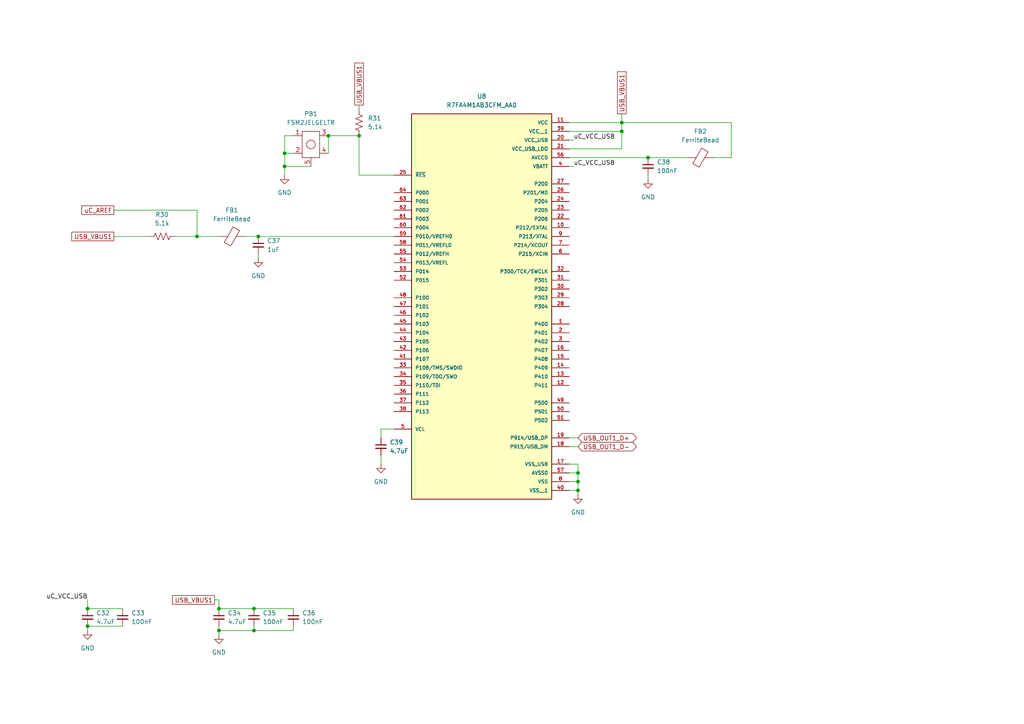
<source format=kicad_sch>
(kicad_sch
	(version 20250114)
	(generator "eeschema")
	(generator_version "9.0")
	(uuid "0b1b9f76-1a90-4566-884b-391c87560dff")
	(paper "A4")
	(title_block
		(title "Mechanical Keyboard")
		(date "2025-11-03")
		(rev "A")
	)
	(lib_symbols
		(symbol "Device:C_Small"
			(pin_numbers
				(hide yes)
			)
			(pin_names
				(offset 0.254)
				(hide yes)
			)
			(exclude_from_sim no)
			(in_bom yes)
			(on_board yes)
			(property "Reference" "C"
				(at 0.254 1.778 0)
				(effects
					(font
						(size 1.27 1.27)
					)
					(justify left)
				)
			)
			(property "Value" "C_Small"
				(at 0.254 -2.032 0)
				(effects
					(font
						(size 1.27 1.27)
					)
					(justify left)
				)
			)
			(property "Footprint" ""
				(at 0 0 0)
				(effects
					(font
						(size 1.27 1.27)
					)
					(hide yes)
				)
			)
			(property "Datasheet" "~"
				(at 0 0 0)
				(effects
					(font
						(size 1.27 1.27)
					)
					(hide yes)
				)
			)
			(property "Description" "Unpolarized capacitor, small symbol"
				(at 0 0 0)
				(effects
					(font
						(size 1.27 1.27)
					)
					(hide yes)
				)
			)
			(property "ki_keywords" "capacitor cap"
				(at 0 0 0)
				(effects
					(font
						(size 1.27 1.27)
					)
					(hide yes)
				)
			)
			(property "ki_fp_filters" "C_*"
				(at 0 0 0)
				(effects
					(font
						(size 1.27 1.27)
					)
					(hide yes)
				)
			)
			(symbol "C_Small_0_1"
				(polyline
					(pts
						(xy -1.524 0.508) (xy 1.524 0.508)
					)
					(stroke
						(width 0.3048)
						(type default)
					)
					(fill
						(type none)
					)
				)
				(polyline
					(pts
						(xy -1.524 -0.508) (xy 1.524 -0.508)
					)
					(stroke
						(width 0.3302)
						(type default)
					)
					(fill
						(type none)
					)
				)
			)
			(symbol "C_Small_1_1"
				(pin passive line
					(at 0 2.54 270)
					(length 2.032)
					(name "~"
						(effects
							(font
								(size 1.27 1.27)
							)
						)
					)
					(number "1"
						(effects
							(font
								(size 1.27 1.27)
							)
						)
					)
				)
				(pin passive line
					(at 0 -2.54 90)
					(length 2.032)
					(name "~"
						(effects
							(font
								(size 1.27 1.27)
							)
						)
					)
					(number "2"
						(effects
							(font
								(size 1.27 1.27)
							)
						)
					)
				)
			)
			(embedded_fonts no)
		)
		(symbol "Device:FerriteBead"
			(pin_numbers
				(hide yes)
			)
			(pin_names
				(offset 0)
			)
			(exclude_from_sim no)
			(in_bom yes)
			(on_board yes)
			(property "Reference" "FB"
				(at -3.81 0.635 90)
				(effects
					(font
						(size 1.27 1.27)
					)
				)
			)
			(property "Value" "FerriteBead"
				(at 3.81 0 90)
				(effects
					(font
						(size 1.27 1.27)
					)
				)
			)
			(property "Footprint" ""
				(at -1.778 0 90)
				(effects
					(font
						(size 1.27 1.27)
					)
					(hide yes)
				)
			)
			(property "Datasheet" "~"
				(at 0 0 0)
				(effects
					(font
						(size 1.27 1.27)
					)
					(hide yes)
				)
			)
			(property "Description" "Ferrite bead"
				(at 0 0 0)
				(effects
					(font
						(size 1.27 1.27)
					)
					(hide yes)
				)
			)
			(property "ki_keywords" "L ferrite bead inductor filter"
				(at 0 0 0)
				(effects
					(font
						(size 1.27 1.27)
					)
					(hide yes)
				)
			)
			(property "ki_fp_filters" "Inductor_* L_* *Ferrite*"
				(at 0 0 0)
				(effects
					(font
						(size 1.27 1.27)
					)
					(hide yes)
				)
			)
			(symbol "FerriteBead_0_1"
				(polyline
					(pts
						(xy -2.7686 0.4064) (xy -1.7018 2.2606) (xy 2.7686 -0.3048) (xy 1.6764 -2.159) (xy -2.7686 0.4064)
					)
					(stroke
						(width 0)
						(type default)
					)
					(fill
						(type none)
					)
				)
				(polyline
					(pts
						(xy 0 1.27) (xy 0 1.2954)
					)
					(stroke
						(width 0)
						(type default)
					)
					(fill
						(type none)
					)
				)
				(polyline
					(pts
						(xy 0 -1.27) (xy 0 -1.2192)
					)
					(stroke
						(width 0)
						(type default)
					)
					(fill
						(type none)
					)
				)
			)
			(symbol "FerriteBead_1_1"
				(pin passive line
					(at 0 3.81 270)
					(length 2.54)
					(name "~"
						(effects
							(font
								(size 1.27 1.27)
							)
						)
					)
					(number "1"
						(effects
							(font
								(size 1.27 1.27)
							)
						)
					)
				)
				(pin passive line
					(at 0 -3.81 90)
					(length 2.54)
					(name "~"
						(effects
							(font
								(size 1.27 1.27)
							)
						)
					)
					(number "2"
						(effects
							(font
								(size 1.27 1.27)
							)
						)
					)
				)
			)
			(embedded_fonts no)
		)
		(symbol "Device:R_US"
			(pin_numbers
				(hide yes)
			)
			(pin_names
				(offset 0)
			)
			(exclude_from_sim no)
			(in_bom yes)
			(on_board yes)
			(property "Reference" "R"
				(at 2.54 0 90)
				(effects
					(font
						(size 1.27 1.27)
					)
				)
			)
			(property "Value" "R_US"
				(at -2.54 0 90)
				(effects
					(font
						(size 1.27 1.27)
					)
				)
			)
			(property "Footprint" ""
				(at 1.016 -0.254 90)
				(effects
					(font
						(size 1.27 1.27)
					)
					(hide yes)
				)
			)
			(property "Datasheet" "~"
				(at 0 0 0)
				(effects
					(font
						(size 1.27 1.27)
					)
					(hide yes)
				)
			)
			(property "Description" "Resistor, US symbol"
				(at 0 0 0)
				(effects
					(font
						(size 1.27 1.27)
					)
					(hide yes)
				)
			)
			(property "ki_keywords" "R res resistor"
				(at 0 0 0)
				(effects
					(font
						(size 1.27 1.27)
					)
					(hide yes)
				)
			)
			(property "ki_fp_filters" "R_*"
				(at 0 0 0)
				(effects
					(font
						(size 1.27 1.27)
					)
					(hide yes)
				)
			)
			(symbol "R_US_0_1"
				(polyline
					(pts
						(xy 0 2.286) (xy 0 2.54)
					)
					(stroke
						(width 0)
						(type default)
					)
					(fill
						(type none)
					)
				)
				(polyline
					(pts
						(xy 0 2.286) (xy 1.016 1.905) (xy 0 1.524) (xy -1.016 1.143) (xy 0 0.762)
					)
					(stroke
						(width 0)
						(type default)
					)
					(fill
						(type none)
					)
				)
				(polyline
					(pts
						(xy 0 0.762) (xy 1.016 0.381) (xy 0 0) (xy -1.016 -0.381) (xy 0 -0.762)
					)
					(stroke
						(width 0)
						(type default)
					)
					(fill
						(type none)
					)
				)
				(polyline
					(pts
						(xy 0 -0.762) (xy 1.016 -1.143) (xy 0 -1.524) (xy -1.016 -1.905) (xy 0 -2.286)
					)
					(stroke
						(width 0)
						(type default)
					)
					(fill
						(type none)
					)
				)
				(polyline
					(pts
						(xy 0 -2.286) (xy 0 -2.54)
					)
					(stroke
						(width 0)
						(type default)
					)
					(fill
						(type none)
					)
				)
			)
			(symbol "R_US_1_1"
				(pin passive line
					(at 0 3.81 270)
					(length 1.27)
					(name "~"
						(effects
							(font
								(size 1.27 1.27)
							)
						)
					)
					(number "1"
						(effects
							(font
								(size 1.27 1.27)
							)
						)
					)
				)
				(pin passive line
					(at 0 -3.81 90)
					(length 1.27)
					(name "~"
						(effects
							(font
								(size 1.27 1.27)
							)
						)
					)
					(number "2"
						(effects
							(font
								(size 1.27 1.27)
							)
						)
					)
				)
			)
			(embedded_fonts no)
		)
		(symbol "FSM2JELGELTR:FSM2JELGELTR"
			(exclude_from_sim no)
			(in_bom yes)
			(on_board yes)
			(property "Reference" "PB"
				(at 0 5.08 0)
				(effects
					(font
						(size 1.27 1.27)
					)
				)
			)
			(property "Value" ""
				(at 0 0 0)
				(effects
					(font
						(size 1.27 1.27)
					)
				)
			)
			(property "Footprint" ""
				(at 0 0 0)
				(effects
					(font
						(size 1.27 1.27)
					)
					(hide yes)
				)
			)
			(property "Datasheet" ""
				(at 0 0 0)
				(effects
					(font
						(size 1.27 1.27)
					)
					(hide yes)
				)
			)
			(property "Description" ""
				(at 0 0 0)
				(effects
					(font
						(size 1.27 1.27)
					)
					(hide yes)
				)
			)
			(symbol "FSM2JELGELTR_0_1"
				(rectangle
					(start -2.54 3.81)
					(end 2.54 -3.81)
					(stroke
						(width 0)
						(type default)
					)
					(fill
						(type none)
					)
				)
				(circle
					(center 0 0)
					(radius 1.27)
					(stroke
						(width 0)
						(type default)
					)
					(fill
						(type none)
					)
				)
			)
			(symbol "FSM2JELGELTR_1_1"
				(pin passive line
					(at -5.08 2.54 0)
					(length 2.54)
					(name ""
						(effects
							(font
								(size 1.27 1.27)
							)
						)
					)
					(number "1"
						(effects
							(font
								(size 1.27 1.27)
							)
						)
					)
				)
				(pin passive line
					(at -5.08 -2.54 0)
					(length 2.54)
					(name ""
						(effects
							(font
								(size 1.27 1.27)
							)
						)
					)
					(number "2"
						(effects
							(font
								(size 1.27 1.27)
							)
						)
					)
				)
				(pin passive line
					(at 0 -6.35 90)
					(length 2.54)
					(name ""
						(effects
							(font
								(size 1.27 1.27)
							)
						)
					)
					(number "5"
						(effects
							(font
								(size 1.27 1.27)
							)
						)
					)
				)
				(pin passive line
					(at 5.08 2.54 180)
					(length 2.54)
					(name ""
						(effects
							(font
								(size 1.27 1.27)
							)
						)
					)
					(number "3"
						(effects
							(font
								(size 1.27 1.27)
							)
						)
					)
				)
				(pin passive line
					(at 5.08 -2.54 180)
					(length 2.54)
					(name ""
						(effects
							(font
								(size 1.27 1.27)
							)
						)
					)
					(number "4"
						(effects
							(font
								(size 1.27 1.27)
							)
						)
					)
				)
			)
			(embedded_fonts no)
		)
		(symbol "R7FA4M1AB3CFM_AA0:R7FA4M1AB3CFM_AA0"
			(pin_names
				(offset 1.016)
			)
			(exclude_from_sim no)
			(in_bom yes)
			(on_board yes)
			(property "Reference" "U"
				(at -20.32 54.102 0)
				(effects
					(font
						(size 1.27 1.27)
					)
					(justify left bottom)
				)
			)
			(property "Value" "R7FA4M1AB3CFM_AA0"
				(at -20.32 -60.96 0)
				(effects
					(font
						(size 1.27 1.27)
					)
					(justify left bottom)
				)
			)
			(property "Footprint" "R7FA4M1AB3CFM_AA0:QFP50P1200X1200X170-64N"
				(at 0 0 0)
				(effects
					(font
						(size 1.27 1.27)
					)
					(justify bottom)
					(hide yes)
				)
			)
			(property "Datasheet" ""
				(at 0 0 0)
				(effects
					(font
						(size 1.27 1.27)
					)
					(hide yes)
				)
			)
			(property "Description" ""
				(at 0 0 0)
				(effects
					(font
						(size 1.27 1.27)
					)
					(hide yes)
				)
			)
			(property "PARTREV" "1.1"
				(at 0 0 0)
				(effects
					(font
						(size 1.27 1.27)
					)
					(justify bottom)
					(hide yes)
				)
			)
			(property "MANUFACTURER" "Renesas"
				(at 0 0 0)
				(effects
					(font
						(size 1.27 1.27)
					)
					(justify bottom)
					(hide yes)
				)
			)
			(property "MAXIMUM_PACKAGE_HEIGHT" "1.7mm"
				(at 0 0 0)
				(effects
					(font
						(size 1.27 1.27)
					)
					(justify bottom)
					(hide yes)
				)
			)
			(property "STANDARD" "IPC-7351B"
				(at 0 0 0)
				(effects
					(font
						(size 1.27 1.27)
					)
					(justify bottom)
					(hide yes)
				)
			)
			(symbol "R7FA4M1AB3CFM_AA0_0_0"
				(rectangle
					(start -20.32 -58.42)
					(end 20.32 53.34)
					(stroke
						(width 0.254)
						(type default)
					)
					(fill
						(type background)
					)
				)
				(pin input line
					(at -25.4 35.56 0)
					(length 5.08)
					(name "~{RES}"
						(effects
							(font
								(size 1.016 1.016)
							)
						)
					)
					(number "25"
						(effects
							(font
								(size 1.016 1.016)
							)
						)
					)
				)
				(pin bidirectional line
					(at -25.4 30.48 0)
					(length 5.08)
					(name "P000"
						(effects
							(font
								(size 1.016 1.016)
							)
						)
					)
					(number "64"
						(effects
							(font
								(size 1.016 1.016)
							)
						)
					)
				)
				(pin bidirectional line
					(at -25.4 27.94 0)
					(length 5.08)
					(name "P001"
						(effects
							(font
								(size 1.016 1.016)
							)
						)
					)
					(number "63"
						(effects
							(font
								(size 1.016 1.016)
							)
						)
					)
				)
				(pin bidirectional line
					(at -25.4 25.4 0)
					(length 5.08)
					(name "P002"
						(effects
							(font
								(size 1.016 1.016)
							)
						)
					)
					(number "62"
						(effects
							(font
								(size 1.016 1.016)
							)
						)
					)
				)
				(pin bidirectional line
					(at -25.4 22.86 0)
					(length 5.08)
					(name "P003"
						(effects
							(font
								(size 1.016 1.016)
							)
						)
					)
					(number "61"
						(effects
							(font
								(size 1.016 1.016)
							)
						)
					)
				)
				(pin bidirectional line
					(at -25.4 20.32 0)
					(length 5.08)
					(name "P004"
						(effects
							(font
								(size 1.016 1.016)
							)
						)
					)
					(number "60"
						(effects
							(font
								(size 1.016 1.016)
							)
						)
					)
				)
				(pin bidirectional line
					(at -25.4 17.78 0)
					(length 5.08)
					(name "P010/VREFH0"
						(effects
							(font
								(size 1.016 1.016)
							)
						)
					)
					(number "59"
						(effects
							(font
								(size 1.016 1.016)
							)
						)
					)
				)
				(pin bidirectional line
					(at -25.4 15.24 0)
					(length 5.08)
					(name "P011/VREFL0"
						(effects
							(font
								(size 1.016 1.016)
							)
						)
					)
					(number "58"
						(effects
							(font
								(size 1.016 1.016)
							)
						)
					)
				)
				(pin bidirectional line
					(at -25.4 12.7 0)
					(length 5.08)
					(name "P012/VREFH"
						(effects
							(font
								(size 1.016 1.016)
							)
						)
					)
					(number "55"
						(effects
							(font
								(size 1.016 1.016)
							)
						)
					)
				)
				(pin bidirectional line
					(at -25.4 10.16 0)
					(length 5.08)
					(name "P013/VREFL"
						(effects
							(font
								(size 1.016 1.016)
							)
						)
					)
					(number "54"
						(effects
							(font
								(size 1.016 1.016)
							)
						)
					)
				)
				(pin bidirectional line
					(at -25.4 7.62 0)
					(length 5.08)
					(name "P014"
						(effects
							(font
								(size 1.016 1.016)
							)
						)
					)
					(number "53"
						(effects
							(font
								(size 1.016 1.016)
							)
						)
					)
				)
				(pin bidirectional line
					(at -25.4 5.08 0)
					(length 5.08)
					(name "P015"
						(effects
							(font
								(size 1.016 1.016)
							)
						)
					)
					(number "52"
						(effects
							(font
								(size 1.016 1.016)
							)
						)
					)
				)
				(pin bidirectional line
					(at -25.4 0 0)
					(length 5.08)
					(name "P100"
						(effects
							(font
								(size 1.016 1.016)
							)
						)
					)
					(number "48"
						(effects
							(font
								(size 1.016 1.016)
							)
						)
					)
				)
				(pin bidirectional line
					(at -25.4 -2.54 0)
					(length 5.08)
					(name "P101"
						(effects
							(font
								(size 1.016 1.016)
							)
						)
					)
					(number "47"
						(effects
							(font
								(size 1.016 1.016)
							)
						)
					)
				)
				(pin bidirectional line
					(at -25.4 -5.08 0)
					(length 5.08)
					(name "P102"
						(effects
							(font
								(size 1.016 1.016)
							)
						)
					)
					(number "46"
						(effects
							(font
								(size 1.016 1.016)
							)
						)
					)
				)
				(pin bidirectional line
					(at -25.4 -7.62 0)
					(length 5.08)
					(name "P103"
						(effects
							(font
								(size 1.016 1.016)
							)
						)
					)
					(number "45"
						(effects
							(font
								(size 1.016 1.016)
							)
						)
					)
				)
				(pin bidirectional line
					(at -25.4 -10.16 0)
					(length 5.08)
					(name "P104"
						(effects
							(font
								(size 1.016 1.016)
							)
						)
					)
					(number "44"
						(effects
							(font
								(size 1.016 1.016)
							)
						)
					)
				)
				(pin bidirectional line
					(at -25.4 -12.7 0)
					(length 5.08)
					(name "P105"
						(effects
							(font
								(size 1.016 1.016)
							)
						)
					)
					(number "43"
						(effects
							(font
								(size 1.016 1.016)
							)
						)
					)
				)
				(pin bidirectional line
					(at -25.4 -15.24 0)
					(length 5.08)
					(name "P106"
						(effects
							(font
								(size 1.016 1.016)
							)
						)
					)
					(number "42"
						(effects
							(font
								(size 1.016 1.016)
							)
						)
					)
				)
				(pin bidirectional line
					(at -25.4 -17.78 0)
					(length 5.08)
					(name "P107"
						(effects
							(font
								(size 1.016 1.016)
							)
						)
					)
					(number "41"
						(effects
							(font
								(size 1.016 1.016)
							)
						)
					)
				)
				(pin bidirectional line
					(at -25.4 -20.32 0)
					(length 5.08)
					(name "P108/TMS/SWDIO"
						(effects
							(font
								(size 1.016 1.016)
							)
						)
					)
					(number "33"
						(effects
							(font
								(size 1.016 1.016)
							)
						)
					)
				)
				(pin bidirectional line
					(at -25.4 -22.86 0)
					(length 5.08)
					(name "P109/TDO/SWO"
						(effects
							(font
								(size 1.016 1.016)
							)
						)
					)
					(number "34"
						(effects
							(font
								(size 1.016 1.016)
							)
						)
					)
				)
				(pin bidirectional line
					(at -25.4 -25.4 0)
					(length 5.08)
					(name "P110/TDI"
						(effects
							(font
								(size 1.016 1.016)
							)
						)
					)
					(number "35"
						(effects
							(font
								(size 1.016 1.016)
							)
						)
					)
				)
				(pin bidirectional line
					(at -25.4 -27.94 0)
					(length 5.08)
					(name "P111"
						(effects
							(font
								(size 1.016 1.016)
							)
						)
					)
					(number "36"
						(effects
							(font
								(size 1.016 1.016)
							)
						)
					)
				)
				(pin bidirectional line
					(at -25.4 -30.48 0)
					(length 5.08)
					(name "P112"
						(effects
							(font
								(size 1.016 1.016)
							)
						)
					)
					(number "37"
						(effects
							(font
								(size 1.016 1.016)
							)
						)
					)
				)
				(pin bidirectional line
					(at -25.4 -33.02 0)
					(length 5.08)
					(name "P113"
						(effects
							(font
								(size 1.016 1.016)
							)
						)
					)
					(number "38"
						(effects
							(font
								(size 1.016 1.016)
							)
						)
					)
				)
				(pin passive line
					(at -25.4 -38.1 0)
					(length 5.08)
					(name "VCL"
						(effects
							(font
								(size 1.016 1.016)
							)
						)
					)
					(number "5"
						(effects
							(font
								(size 1.016 1.016)
							)
						)
					)
				)
				(pin power_in line
					(at 25.4 50.8 180)
					(length 5.08)
					(name "VCC"
						(effects
							(font
								(size 1.016 1.016)
							)
						)
					)
					(number "11"
						(effects
							(font
								(size 1.016 1.016)
							)
						)
					)
				)
				(pin power_in line
					(at 25.4 48.26 180)
					(length 5.08)
					(name "VCC__1"
						(effects
							(font
								(size 1.016 1.016)
							)
						)
					)
					(number "39"
						(effects
							(font
								(size 1.016 1.016)
							)
						)
					)
				)
				(pin power_in line
					(at 25.4 45.72 180)
					(length 5.08)
					(name "VCC_USB"
						(effects
							(font
								(size 1.016 1.016)
							)
						)
					)
					(number "20"
						(effects
							(font
								(size 1.016 1.016)
							)
						)
					)
				)
				(pin power_in line
					(at 25.4 43.18 180)
					(length 5.08)
					(name "VCC_USB_LDO"
						(effects
							(font
								(size 1.016 1.016)
							)
						)
					)
					(number "21"
						(effects
							(font
								(size 1.016 1.016)
							)
						)
					)
				)
				(pin power_in line
					(at 25.4 40.64 180)
					(length 5.08)
					(name "AVCC0"
						(effects
							(font
								(size 1.016 1.016)
							)
						)
					)
					(number "56"
						(effects
							(font
								(size 1.016 1.016)
							)
						)
					)
				)
				(pin power_in line
					(at 25.4 38.1 180)
					(length 5.08)
					(name "VBATT"
						(effects
							(font
								(size 1.016 1.016)
							)
						)
					)
					(number "4"
						(effects
							(font
								(size 1.016 1.016)
							)
						)
					)
				)
				(pin input line
					(at 25.4 33.02 180)
					(length 5.08)
					(name "P200"
						(effects
							(font
								(size 1.016 1.016)
							)
						)
					)
					(number "27"
						(effects
							(font
								(size 1.016 1.016)
							)
						)
					)
				)
				(pin bidirectional line
					(at 25.4 30.48 180)
					(length 5.08)
					(name "P201/MD"
						(effects
							(font
								(size 1.016 1.016)
							)
						)
					)
					(number "26"
						(effects
							(font
								(size 1.016 1.016)
							)
						)
					)
				)
				(pin bidirectional line
					(at 25.4 27.94 180)
					(length 5.08)
					(name "P204"
						(effects
							(font
								(size 1.016 1.016)
							)
						)
					)
					(number "24"
						(effects
							(font
								(size 1.016 1.016)
							)
						)
					)
				)
				(pin bidirectional line
					(at 25.4 25.4 180)
					(length 5.08)
					(name "P205"
						(effects
							(font
								(size 1.016 1.016)
							)
						)
					)
					(number "23"
						(effects
							(font
								(size 1.016 1.016)
							)
						)
					)
				)
				(pin bidirectional line
					(at 25.4 22.86 180)
					(length 5.08)
					(name "P206"
						(effects
							(font
								(size 1.016 1.016)
							)
						)
					)
					(number "22"
						(effects
							(font
								(size 1.016 1.016)
							)
						)
					)
				)
				(pin bidirectional line
					(at 25.4 20.32 180)
					(length 5.08)
					(name "P212/EXTAL"
						(effects
							(font
								(size 1.016 1.016)
							)
						)
					)
					(number "10"
						(effects
							(font
								(size 1.016 1.016)
							)
						)
					)
				)
				(pin bidirectional line
					(at 25.4 17.78 180)
					(length 5.08)
					(name "P213/XTAL"
						(effects
							(font
								(size 1.016 1.016)
							)
						)
					)
					(number "9"
						(effects
							(font
								(size 1.016 1.016)
							)
						)
					)
				)
				(pin bidirectional line
					(at 25.4 15.24 180)
					(length 5.08)
					(name "P214/XCOUT"
						(effects
							(font
								(size 1.016 1.016)
							)
						)
					)
					(number "7"
						(effects
							(font
								(size 1.016 1.016)
							)
						)
					)
				)
				(pin input line
					(at 25.4 12.7 180)
					(length 5.08)
					(name "P215/XCIN"
						(effects
							(font
								(size 1.016 1.016)
							)
						)
					)
					(number "6"
						(effects
							(font
								(size 1.016 1.016)
							)
						)
					)
				)
				(pin bidirectional line
					(at 25.4 7.62 180)
					(length 5.08)
					(name "P300/TCK/SWCLK"
						(effects
							(font
								(size 1.016 1.016)
							)
						)
					)
					(number "32"
						(effects
							(font
								(size 1.016 1.016)
							)
						)
					)
				)
				(pin bidirectional line
					(at 25.4 5.08 180)
					(length 5.08)
					(name "P301"
						(effects
							(font
								(size 1.016 1.016)
							)
						)
					)
					(number "31"
						(effects
							(font
								(size 1.016 1.016)
							)
						)
					)
				)
				(pin bidirectional line
					(at 25.4 2.54 180)
					(length 5.08)
					(name "P302"
						(effects
							(font
								(size 1.016 1.016)
							)
						)
					)
					(number "30"
						(effects
							(font
								(size 1.016 1.016)
							)
						)
					)
				)
				(pin bidirectional line
					(at 25.4 0 180)
					(length 5.08)
					(name "P303"
						(effects
							(font
								(size 1.016 1.016)
							)
						)
					)
					(number "29"
						(effects
							(font
								(size 1.016 1.016)
							)
						)
					)
				)
				(pin bidirectional line
					(at 25.4 -2.54 180)
					(length 5.08)
					(name "P304"
						(effects
							(font
								(size 1.016 1.016)
							)
						)
					)
					(number "28"
						(effects
							(font
								(size 1.016 1.016)
							)
						)
					)
				)
				(pin bidirectional line
					(at 25.4 -7.62 180)
					(length 5.08)
					(name "P400"
						(effects
							(font
								(size 1.016 1.016)
							)
						)
					)
					(number "1"
						(effects
							(font
								(size 1.016 1.016)
							)
						)
					)
				)
				(pin bidirectional line
					(at 25.4 -10.16 180)
					(length 5.08)
					(name "P401"
						(effects
							(font
								(size 1.016 1.016)
							)
						)
					)
					(number "2"
						(effects
							(font
								(size 1.016 1.016)
							)
						)
					)
				)
				(pin bidirectional line
					(at 25.4 -12.7 180)
					(length 5.08)
					(name "P402"
						(effects
							(font
								(size 1.016 1.016)
							)
						)
					)
					(number "3"
						(effects
							(font
								(size 1.016 1.016)
							)
						)
					)
				)
				(pin bidirectional line
					(at 25.4 -15.24 180)
					(length 5.08)
					(name "P407"
						(effects
							(font
								(size 1.016 1.016)
							)
						)
					)
					(number "16"
						(effects
							(font
								(size 1.016 1.016)
							)
						)
					)
				)
				(pin bidirectional line
					(at 25.4 -17.78 180)
					(length 5.08)
					(name "P408"
						(effects
							(font
								(size 1.016 1.016)
							)
						)
					)
					(number "15"
						(effects
							(font
								(size 1.016 1.016)
							)
						)
					)
				)
				(pin bidirectional line
					(at 25.4 -20.32 180)
					(length 5.08)
					(name "P409"
						(effects
							(font
								(size 1.016 1.016)
							)
						)
					)
					(number "14"
						(effects
							(font
								(size 1.016 1.016)
							)
						)
					)
				)
				(pin bidirectional line
					(at 25.4 -22.86 180)
					(length 5.08)
					(name "P410"
						(effects
							(font
								(size 1.016 1.016)
							)
						)
					)
					(number "13"
						(effects
							(font
								(size 1.016 1.016)
							)
						)
					)
				)
				(pin bidirectional line
					(at 25.4 -25.4 180)
					(length 5.08)
					(name "P411"
						(effects
							(font
								(size 1.016 1.016)
							)
						)
					)
					(number "12"
						(effects
							(font
								(size 1.016 1.016)
							)
						)
					)
				)
				(pin bidirectional line
					(at 25.4 -30.48 180)
					(length 5.08)
					(name "P500"
						(effects
							(font
								(size 1.016 1.016)
							)
						)
					)
					(number "49"
						(effects
							(font
								(size 1.016 1.016)
							)
						)
					)
				)
				(pin bidirectional line
					(at 25.4 -33.02 180)
					(length 5.08)
					(name "P501"
						(effects
							(font
								(size 1.016 1.016)
							)
						)
					)
					(number "50"
						(effects
							(font
								(size 1.016 1.016)
							)
						)
					)
				)
				(pin bidirectional line
					(at 25.4 -35.56 180)
					(length 5.08)
					(name "P502"
						(effects
							(font
								(size 1.016 1.016)
							)
						)
					)
					(number "51"
						(effects
							(font
								(size 1.016 1.016)
							)
						)
					)
				)
				(pin bidirectional line
					(at 25.4 -40.64 180)
					(length 5.08)
					(name "P914/USB_DP"
						(effects
							(font
								(size 1.016 1.016)
							)
						)
					)
					(number "19"
						(effects
							(font
								(size 1.016 1.016)
							)
						)
					)
				)
				(pin bidirectional line
					(at 25.4 -43.18 180)
					(length 5.08)
					(name "P915/USB_DM"
						(effects
							(font
								(size 1.016 1.016)
							)
						)
					)
					(number "18"
						(effects
							(font
								(size 1.016 1.016)
							)
						)
					)
				)
				(pin power_in line
					(at 25.4 -48.26 180)
					(length 5.08)
					(name "VSS_USB"
						(effects
							(font
								(size 1.016 1.016)
							)
						)
					)
					(number "17"
						(effects
							(font
								(size 1.016 1.016)
							)
						)
					)
				)
				(pin power_in line
					(at 25.4 -50.8 180)
					(length 5.08)
					(name "AVSS0"
						(effects
							(font
								(size 1.016 1.016)
							)
						)
					)
					(number "57"
						(effects
							(font
								(size 1.016 1.016)
							)
						)
					)
				)
				(pin power_in line
					(at 25.4 -53.34 180)
					(length 5.08)
					(name "VSS"
						(effects
							(font
								(size 1.016 1.016)
							)
						)
					)
					(number "8"
						(effects
							(font
								(size 1.016 1.016)
							)
						)
					)
				)
				(pin power_in line
					(at 25.4 -55.88 180)
					(length 5.08)
					(name "VSS__1"
						(effects
							(font
								(size 1.016 1.016)
							)
						)
					)
					(number "40"
						(effects
							(font
								(size 1.016 1.016)
							)
						)
					)
				)
			)
			(embedded_fonts no)
		)
		(symbol "power:GND"
			(power)
			(pin_numbers
				(hide yes)
			)
			(pin_names
				(offset 0)
				(hide yes)
			)
			(exclude_from_sim no)
			(in_bom yes)
			(on_board yes)
			(property "Reference" "#PWR"
				(at 0 -6.35 0)
				(effects
					(font
						(size 1.27 1.27)
					)
					(hide yes)
				)
			)
			(property "Value" "GND"
				(at 0 -3.81 0)
				(effects
					(font
						(size 1.27 1.27)
					)
				)
			)
			(property "Footprint" ""
				(at 0 0 0)
				(effects
					(font
						(size 1.27 1.27)
					)
					(hide yes)
				)
			)
			(property "Datasheet" ""
				(at 0 0 0)
				(effects
					(font
						(size 1.27 1.27)
					)
					(hide yes)
				)
			)
			(property "Description" "Power symbol creates a global label with name \"GND\" , ground"
				(at 0 0 0)
				(effects
					(font
						(size 1.27 1.27)
					)
					(hide yes)
				)
			)
			(property "ki_keywords" "global power"
				(at 0 0 0)
				(effects
					(font
						(size 1.27 1.27)
					)
					(hide yes)
				)
			)
			(symbol "GND_0_1"
				(polyline
					(pts
						(xy 0 0) (xy 0 -1.27) (xy 1.27 -1.27) (xy 0 -2.54) (xy -1.27 -1.27) (xy 0 -1.27)
					)
					(stroke
						(width 0)
						(type default)
					)
					(fill
						(type none)
					)
				)
			)
			(symbol "GND_1_1"
				(pin power_in line
					(at 0 0 270)
					(length 0)
					(name "~"
						(effects
							(font
								(size 1.27 1.27)
							)
						)
					)
					(number "1"
						(effects
							(font
								(size 1.27 1.27)
							)
						)
					)
				)
			)
			(embedded_fonts no)
		)
	)
	(junction
		(at 167.64 142.24)
		(diameter 0)
		(color 0 0 0 0)
		(uuid "01010078-f1e5-4320-ae15-c287de910f5a")
	)
	(junction
		(at 74.93 68.58)
		(diameter 0)
		(color 0 0 0 0)
		(uuid "08b11940-51cb-435a-bb62-a94b76b38f4b")
	)
	(junction
		(at 63.5 176.53)
		(diameter 0)
		(color 0 0 0 0)
		(uuid "1085573d-113a-444f-83f0-db9f1c154178")
	)
	(junction
		(at 25.4 181.61)
		(diameter 0)
		(color 0 0 0 0)
		(uuid "1ef466ec-ff48-4548-b446-af324ca69493")
	)
	(junction
		(at 104.14 39.37)
		(diameter 0)
		(color 0 0 0 0)
		(uuid "20d280f5-e238-42c6-b5d6-5376e25812f3")
	)
	(junction
		(at 187.96 45.72)
		(diameter 0)
		(color 0 0 0 0)
		(uuid "259d6b80-7a9c-4876-8232-581ee336d34d")
	)
	(junction
		(at 167.64 139.7)
		(diameter 0)
		(color 0 0 0 0)
		(uuid "3c62aedd-0ae7-4c4a-b0f7-72be3ebb8df4")
	)
	(junction
		(at 73.66 176.53)
		(diameter 0)
		(color 0 0 0 0)
		(uuid "3c6dd21c-46a6-490f-8923-2539331316cc")
	)
	(junction
		(at 25.4 176.53)
		(diameter 0)
		(color 0 0 0 0)
		(uuid "402f246a-df7a-4bfb-b035-6e09c43cf1c6")
	)
	(junction
		(at 167.64 137.16)
		(diameter 0)
		(color 0 0 0 0)
		(uuid "4f677747-1dcd-4c67-96a5-8899d48aeb19")
	)
	(junction
		(at 57.15 68.58)
		(diameter 0)
		(color 0 0 0 0)
		(uuid "5af552e0-7e9a-45eb-80b7-b7e1f5cca374")
	)
	(junction
		(at 82.55 48.26)
		(diameter 0)
		(color 0 0 0 0)
		(uuid "ad7dab7d-35b6-4b9f-8208-fa3d00c01e2f")
	)
	(junction
		(at 180.34 35.56)
		(diameter 0)
		(color 0 0 0 0)
		(uuid "b122717b-1c1e-464e-a70a-1227d8510a45")
	)
	(junction
		(at 180.34 38.1)
		(diameter 0)
		(color 0 0 0 0)
		(uuid "b7a10e30-e65c-4307-a941-a62a1b96a947")
	)
	(junction
		(at 95.25 39.37)
		(diameter 0)
		(color 0 0 0 0)
		(uuid "bac79f7f-b49c-4dff-ac2d-f10bfde5b73c")
	)
	(junction
		(at 73.66 182.88)
		(diameter 0)
		(color 0 0 0 0)
		(uuid "c802abd0-443a-40d6-acc8-33d174e8ab57")
	)
	(junction
		(at 82.55 44.45)
		(diameter 0)
		(color 0 0 0 0)
		(uuid "faf73e01-dd94-454e-8ee2-eda91d302d22")
	)
	(junction
		(at 63.5 182.88)
		(diameter 0)
		(color 0 0 0 0)
		(uuid "fdf4d2ae-d339-4b74-a5d3-3bcd605a3653")
	)
	(wire
		(pts
			(xy 33.02 68.58) (xy 43.18 68.58)
		)
		(stroke
			(width 0)
			(type default)
		)
		(uuid "09ed8268-832e-43e8-8f7d-54af08730744")
	)
	(wire
		(pts
			(xy 25.4 173.99) (xy 25.4 176.53)
		)
		(stroke
			(width 0)
			(type default)
		)
		(uuid "0b8954aa-e61d-426d-80bc-16beb5af8f38")
	)
	(wire
		(pts
			(xy 165.1 137.16) (xy 167.64 137.16)
		)
		(stroke
			(width 0)
			(type default)
		)
		(uuid "0eea1377-760b-4442-8770-f28975b7f53e")
	)
	(wire
		(pts
			(xy 165.1 40.64) (xy 166.37 40.64)
		)
		(stroke
			(width 0)
			(type default)
		)
		(uuid "1216e178-daf7-4177-9fa5-63550c224c7a")
	)
	(wire
		(pts
			(xy 25.4 176.53) (xy 35.56 176.53)
		)
		(stroke
			(width 0)
			(type default)
		)
		(uuid "13bbd299-d9be-4c51-aac7-707e22ffa5fd")
	)
	(wire
		(pts
			(xy 212.09 35.56) (xy 212.09 45.72)
		)
		(stroke
			(width 0)
			(type default)
		)
		(uuid "18e1bc2e-09f1-414d-9962-5d9adb320d52")
	)
	(wire
		(pts
			(xy 165.1 43.18) (xy 180.34 43.18)
		)
		(stroke
			(width 0)
			(type default)
		)
		(uuid "19505033-c329-4f36-b5e1-52306beae7e0")
	)
	(wire
		(pts
			(xy 167.64 139.7) (xy 167.64 142.24)
		)
		(stroke
			(width 0)
			(type default)
		)
		(uuid "1ab83d40-372e-4884-9f87-3cee0f2ccb32")
	)
	(wire
		(pts
			(xy 165.1 48.26) (xy 166.37 48.26)
		)
		(stroke
			(width 0)
			(type default)
		)
		(uuid "1c567025-15b5-47b2-b51d-c217fb38be28")
	)
	(wire
		(pts
			(xy 63.5 173.99) (xy 63.5 176.53)
		)
		(stroke
			(width 0)
			(type default)
		)
		(uuid "24a0ffde-50d9-482a-813e-0c6e682e3b1f")
	)
	(wire
		(pts
			(xy 104.14 50.8) (xy 104.14 39.37)
		)
		(stroke
			(width 0)
			(type default)
		)
		(uuid "266a7aa8-8068-4cd9-840b-7bdf551e2a71")
	)
	(wire
		(pts
			(xy 57.15 68.58) (xy 63.5 68.58)
		)
		(stroke
			(width 0)
			(type default)
		)
		(uuid "301a397a-1e6f-4c7d-a618-47bdf7764a2b")
	)
	(wire
		(pts
			(xy 167.64 137.16) (xy 167.64 139.7)
		)
		(stroke
			(width 0)
			(type default)
		)
		(uuid "35244b40-b866-4e89-94b0-638c80b55dcb")
	)
	(wire
		(pts
			(xy 82.55 48.26) (xy 90.17 48.26)
		)
		(stroke
			(width 0)
			(type default)
		)
		(uuid "3868e6e4-bd39-42c5-bcea-483dd84065fb")
	)
	(wire
		(pts
			(xy 57.15 60.96) (xy 33.02 60.96)
		)
		(stroke
			(width 0)
			(type default)
		)
		(uuid "3a19ce06-d0b3-4edd-88a1-0f1b1f2658f9")
	)
	(wire
		(pts
			(xy 82.55 39.37) (xy 82.55 44.45)
		)
		(stroke
			(width 0)
			(type default)
		)
		(uuid "4a871c46-8a77-482c-849a-e13b6e2d76ec")
	)
	(wire
		(pts
			(xy 85.09 39.37) (xy 82.55 39.37)
		)
		(stroke
			(width 0)
			(type default)
		)
		(uuid "4f8f02d0-e327-468e-952b-0f248b3a407a")
	)
	(wire
		(pts
			(xy 63.5 181.61) (xy 63.5 182.88)
		)
		(stroke
			(width 0)
			(type default)
		)
		(uuid "5073a68c-ef94-464e-b266-1fdb6fd3c99d")
	)
	(wire
		(pts
			(xy 180.34 35.56) (xy 212.09 35.56)
		)
		(stroke
			(width 0)
			(type default)
		)
		(uuid "56061ac6-6508-480d-9a60-ff1cf83a2f83")
	)
	(wire
		(pts
			(xy 85.09 181.61) (xy 85.09 182.88)
		)
		(stroke
			(width 0)
			(type default)
		)
		(uuid "5bab9510-bdbb-4bfe-8e3e-84bf4c4c0c39")
	)
	(wire
		(pts
			(xy 62.23 173.99) (xy 63.5 173.99)
		)
		(stroke
			(width 0)
			(type default)
		)
		(uuid "5c3dd501-625a-44a2-bb6a-b88b434f73e9")
	)
	(wire
		(pts
			(xy 85.09 182.88) (xy 73.66 182.88)
		)
		(stroke
			(width 0)
			(type default)
		)
		(uuid "5c52b8a3-3688-4338-b44c-47e3dee6fba1")
	)
	(wire
		(pts
			(xy 104.14 30.48) (xy 104.14 31.75)
		)
		(stroke
			(width 0)
			(type default)
		)
		(uuid "652208c7-d481-4c44-a684-9a413ed2eee9")
	)
	(wire
		(pts
			(xy 165.1 45.72) (xy 187.96 45.72)
		)
		(stroke
			(width 0)
			(type default)
		)
		(uuid "654e1959-13fb-4cfd-b6dd-66cc296ce5df")
	)
	(wire
		(pts
			(xy 165.1 142.24) (xy 167.64 142.24)
		)
		(stroke
			(width 0)
			(type default)
		)
		(uuid "69a70e00-5eba-4daf-a91e-0ab8ffc01534")
	)
	(wire
		(pts
			(xy 165.1 127) (xy 167.64 127)
		)
		(stroke
			(width 0)
			(type default)
		)
		(uuid "6edb378a-0703-45db-a4be-8360df861e15")
	)
	(wire
		(pts
			(xy 114.3 124.46) (xy 110.49 124.46)
		)
		(stroke
			(width 0)
			(type default)
		)
		(uuid "70611ade-3bf0-47ec-9edb-f81be4cca09e")
	)
	(wire
		(pts
			(xy 212.09 45.72) (xy 207.01 45.72)
		)
		(stroke
			(width 0)
			(type default)
		)
		(uuid "711feed6-e396-424c-9c8a-ff5139438060")
	)
	(wire
		(pts
			(xy 165.1 134.62) (xy 167.64 134.62)
		)
		(stroke
			(width 0)
			(type default)
		)
		(uuid "726bdc27-1f82-48d9-baa5-c3910ffcfc33")
	)
	(wire
		(pts
			(xy 63.5 182.88) (xy 63.5 184.15)
		)
		(stroke
			(width 0)
			(type default)
		)
		(uuid "7360a7fe-e9a7-4a39-98a0-013b3c381911")
	)
	(wire
		(pts
			(xy 95.25 39.37) (xy 95.25 44.45)
		)
		(stroke
			(width 0)
			(type default)
		)
		(uuid "7be66124-600a-4360-9dbf-d8bfd93a85d1")
	)
	(wire
		(pts
			(xy 82.55 44.45) (xy 85.09 44.45)
		)
		(stroke
			(width 0)
			(type default)
		)
		(uuid "8134e96b-c5ee-49f6-98ad-7d8ed19a125e")
	)
	(wire
		(pts
			(xy 167.64 134.62) (xy 167.64 137.16)
		)
		(stroke
			(width 0)
			(type default)
		)
		(uuid "842f93e7-2105-4c08-aaee-0ae814575e92")
	)
	(wire
		(pts
			(xy 187.96 50.8) (xy 187.96 52.07)
		)
		(stroke
			(width 0)
			(type default)
		)
		(uuid "85b37b8f-7a8f-424d-aa59-9b5355b1ca0e")
	)
	(wire
		(pts
			(xy 165.1 129.54) (xy 167.64 129.54)
		)
		(stroke
			(width 0)
			(type default)
		)
		(uuid "87e69d5e-d138-43c6-b273-20adc3b7cae7")
	)
	(wire
		(pts
			(xy 114.3 50.8) (xy 104.14 50.8)
		)
		(stroke
			(width 0)
			(type default)
		)
		(uuid "88a9ab30-7efd-440b-a0cc-c43372ff3ad4")
	)
	(wire
		(pts
			(xy 187.96 45.72) (xy 199.39 45.72)
		)
		(stroke
			(width 0)
			(type default)
		)
		(uuid "93edf52e-7501-4cc4-9585-41d7c167db96")
	)
	(wire
		(pts
			(xy 63.5 182.88) (xy 73.66 182.88)
		)
		(stroke
			(width 0)
			(type default)
		)
		(uuid "961ab693-f72f-4faf-8527-b33be1ab2f3b")
	)
	(wire
		(pts
			(xy 74.93 68.58) (xy 114.3 68.58)
		)
		(stroke
			(width 0)
			(type default)
		)
		(uuid "968b776a-0f1f-46bb-ace2-55f17f6e4647")
	)
	(wire
		(pts
			(xy 50.8 68.58) (xy 57.15 68.58)
		)
		(stroke
			(width 0)
			(type default)
		)
		(uuid "a0ef20c8-fad0-437a-b136-a405067af1d0")
	)
	(wire
		(pts
			(xy 73.66 176.53) (xy 85.09 176.53)
		)
		(stroke
			(width 0)
			(type default)
		)
		(uuid "a3f11094-befb-4a57-8868-17353f8479de")
	)
	(wire
		(pts
			(xy 25.4 181.61) (xy 25.4 182.88)
		)
		(stroke
			(width 0)
			(type default)
		)
		(uuid "afb41a19-e3cb-4e04-82d0-277f53c30499")
	)
	(wire
		(pts
			(xy 74.93 73.66) (xy 74.93 74.93)
		)
		(stroke
			(width 0)
			(type default)
		)
		(uuid "b0439e02-9812-4a5b-b4c5-4b31d7629d20")
	)
	(wire
		(pts
			(xy 82.55 48.26) (xy 82.55 44.45)
		)
		(stroke
			(width 0)
			(type default)
		)
		(uuid "b0d55faf-4bb2-4bf2-8a66-d9adf4087d33")
	)
	(wire
		(pts
			(xy 180.34 33.02) (xy 180.34 35.56)
		)
		(stroke
			(width 0)
			(type default)
		)
		(uuid "b1f538d4-d9df-459f-8b97-96b9d55324ee")
	)
	(wire
		(pts
			(xy 95.25 39.37) (xy 104.14 39.37)
		)
		(stroke
			(width 0)
			(type default)
		)
		(uuid "b2009fd9-97aa-4c3e-ba12-63ba9d409d2d")
	)
	(wire
		(pts
			(xy 180.34 35.56) (xy 180.34 38.1)
		)
		(stroke
			(width 0)
			(type default)
		)
		(uuid "c0bd52fa-342a-4190-9bdb-323a07e94d75")
	)
	(wire
		(pts
			(xy 180.34 38.1) (xy 180.34 43.18)
		)
		(stroke
			(width 0)
			(type default)
		)
		(uuid "c1f9f67b-e704-4286-8afe-6c1032bbdcb2")
	)
	(wire
		(pts
			(xy 110.49 132.08) (xy 110.49 134.62)
		)
		(stroke
			(width 0)
			(type default)
		)
		(uuid "c2979464-66ba-49a3-b76a-e57c925135d9")
	)
	(wire
		(pts
			(xy 57.15 60.96) (xy 57.15 68.58)
		)
		(stroke
			(width 0)
			(type default)
		)
		(uuid "c2bd99b2-6c61-4baa-b5da-47683d0a0981")
	)
	(wire
		(pts
			(xy 167.64 142.24) (xy 167.64 143.51)
		)
		(stroke
			(width 0)
			(type default)
		)
		(uuid "d20e1876-731b-4c22-9de2-ec1fe0850979")
	)
	(wire
		(pts
			(xy 165.1 35.56) (xy 180.34 35.56)
		)
		(stroke
			(width 0)
			(type default)
		)
		(uuid "d70fe12e-a3e5-4e0f-aef8-a13dba0ac78d")
	)
	(wire
		(pts
			(xy 63.5 176.53) (xy 73.66 176.53)
		)
		(stroke
			(width 0)
			(type default)
		)
		(uuid "d715f848-a7d3-40e0-89b6-b900699a1226")
	)
	(wire
		(pts
			(xy 73.66 181.61) (xy 73.66 182.88)
		)
		(stroke
			(width 0)
			(type default)
		)
		(uuid "e7952b03-ec5f-4122-8cbd-9a48e04b5d15")
	)
	(wire
		(pts
			(xy 25.4 181.61) (xy 35.56 181.61)
		)
		(stroke
			(width 0)
			(type default)
		)
		(uuid "e7dc0df2-e105-498d-b89a-9eebb3783553")
	)
	(wire
		(pts
			(xy 82.55 50.8) (xy 82.55 48.26)
		)
		(stroke
			(width 0)
			(type default)
		)
		(uuid "eb046503-2dcd-4685-8fec-6296beaad16b")
	)
	(wire
		(pts
			(xy 165.1 139.7) (xy 167.64 139.7)
		)
		(stroke
			(width 0)
			(type default)
		)
		(uuid "efa99f47-77c1-460e-b07c-80e87224665b")
	)
	(wire
		(pts
			(xy 71.12 68.58) (xy 74.93 68.58)
		)
		(stroke
			(width 0)
			(type default)
		)
		(uuid "f79e9294-2a19-4ba6-b89f-fc14d3523261")
	)
	(wire
		(pts
			(xy 110.49 124.46) (xy 110.49 127)
		)
		(stroke
			(width 0)
			(type default)
		)
		(uuid "fb9f2dd4-6ea8-425e-9991-e81d2e00bd4a")
	)
	(wire
		(pts
			(xy 165.1 38.1) (xy 180.34 38.1)
		)
		(stroke
			(width 0)
			(type default)
		)
		(uuid "ffaefea1-9edd-4aba-9507-205ec899af88")
	)
	(label "uC_VCC_USB"
		(at 166.37 40.64 0)
		(effects
			(font
				(size 1.27 1.27)
			)
			(justify left bottom)
		)
		(uuid "2c5f3b3c-d391-4d6d-a0b2-db7fa5da645a")
	)
	(label "uC_VCC_USB"
		(at 166.37 48.26 0)
		(effects
			(font
				(size 1.27 1.27)
			)
			(justify left bottom)
		)
		(uuid "354742c0-d9aa-4878-b841-fd5bfdfaa216")
	)
	(label "uC_VCC_USB"
		(at 25.4 173.99 180)
		(effects
			(font
				(size 1.27 1.27)
			)
			(justify right bottom)
		)
		(uuid "5aa11311-55d2-48c4-ba4d-82725f341c17")
	)
	(global_label "USB_VBUS1"
		(shape passive)
		(at 33.02 68.58 180)
		(fields_autoplaced yes)
		(effects
			(font
				(size 1.27 1.27)
			)
			(justify right)
		)
		(uuid "5f1c08d1-53da-40ac-beb7-57cf76635f65")
		(property "Intersheetrefs" "${INTERSHEET_REFS}"
			(at 20.2604 68.58 0)
			(effects
				(font
					(size 1.27 1.27)
				)
				(justify right)
			)
		)
	)
	(global_label "uC_AREF"
		(shape passive)
		(at 33.02 60.96 180)
		(fields_autoplaced yes)
		(effects
			(font
				(size 1.27 1.27)
			)
			(justify right)
		)
		(uuid "9520774c-40d1-4ca6-97c2-8f65bc84dd58")
		(property "Intersheetrefs" "${INTERSHEET_REFS}"
			(at 23.1633 60.96 0)
			(effects
				(font
					(size 1.27 1.27)
				)
				(justify right)
			)
		)
	)
	(global_label "USB_OUT1_D+"
		(shape bidirectional)
		(at 167.64 127 0)
		(fields_autoplaced yes)
		(effects
			(font
				(size 1.27 1.27)
			)
			(justify left)
		)
		(uuid "95440774-a312-4127-be52-c56ea4333181")
		(property "Intersheetrefs" "${INTERSHEET_REFS}"
			(at 185.1622 127 0)
			(effects
				(font
					(size 1.27 1.27)
				)
				(justify left)
			)
		)
	)
	(global_label "USB_VBUS1"
		(shape passive)
		(at 62.23 173.99 180)
		(fields_autoplaced yes)
		(effects
			(font
				(size 1.27 1.27)
			)
			(justify right)
		)
		(uuid "b7701d88-f852-4b32-a452-be2f465886df")
		(property "Intersheetrefs" "${INTERSHEET_REFS}"
			(at 49.4704 173.99 0)
			(effects
				(font
					(size 1.27 1.27)
				)
				(justify right)
			)
		)
	)
	(global_label "USB_OUT1_D-"
		(shape bidirectional)
		(at 167.64 129.54 0)
		(fields_autoplaced yes)
		(effects
			(font
				(size 1.27 1.27)
			)
			(justify left)
		)
		(uuid "d0f18bb8-6a13-4cb6-acc6-f58e093635aa")
		(property "Intersheetrefs" "${INTERSHEET_REFS}"
			(at 185.1622 129.54 0)
			(effects
				(font
					(size 1.27 1.27)
				)
				(justify left)
			)
		)
	)
	(global_label "USB_VBUS1"
		(shape passive)
		(at 104.14 30.48 90)
		(fields_autoplaced yes)
		(effects
			(font
				(size 1.27 1.27)
			)
			(justify left)
		)
		(uuid "eadcaec6-38d0-48b2-a31c-10f58b2a23ae")
		(property "Intersheetrefs" "${INTERSHEET_REFS}"
			(at 104.14 17.7204 90)
			(effects
				(font
					(size 1.27 1.27)
				)
				(justify left)
			)
		)
	)
	(global_label "USB_VBUS1"
		(shape passive)
		(at 180.34 33.02 90)
		(fields_autoplaced yes)
		(effects
			(font
				(size 1.27 1.27)
			)
			(justify left)
		)
		(uuid "f188168a-cbbd-48dd-89e7-afba9a3575da")
		(property "Intersheetrefs" "${INTERSHEET_REFS}"
			(at 180.34 20.2604 90)
			(effects
				(font
					(size 1.27 1.27)
				)
				(justify left)
			)
		)
	)
	(symbol
		(lib_id "R7FA4M1AB3CFM_AA0:R7FA4M1AB3CFM_AA0")
		(at 139.7 86.36 0)
		(unit 1)
		(exclude_from_sim no)
		(in_bom yes)
		(on_board yes)
		(dnp no)
		(fields_autoplaced yes)
		(uuid "09df799b-b1db-4434-9eaf-ab3f7b5b5b2f")
		(property "Reference" "U8"
			(at 139.7 27.94 0)
			(effects
				(font
					(size 1.27 1.27)
				)
			)
		)
		(property "Value" "R7FA4M1AB3CFM_AA0"
			(at 139.7 30.48 0)
			(effects
				(font
					(size 1.27 1.27)
				)
			)
		)
		(property "Footprint" "R7FA4M1AB3CFM_AA0:QFP50P1200X1200X170-64N"
			(at 139.7 86.36 0)
			(effects
				(font
					(size 1.27 1.27)
				)
				(justify bottom)
				(hide yes)
			)
		)
		(property "Datasheet" ""
			(at 139.7 86.36 0)
			(effects
				(font
					(size 1.27 1.27)
				)
				(hide yes)
			)
		)
		(property "Description" ""
			(at 139.7 86.36 0)
			(effects
				(font
					(size 1.27 1.27)
				)
				(hide yes)
			)
		)
		(property "PARTREV" "1.1"
			(at 139.7 86.36 0)
			(effects
				(font
					(size 1.27 1.27)
				)
				(justify bottom)
				(hide yes)
			)
		)
		(property "MANUFACTURER" "Renesas"
			(at 139.7 86.36 0)
			(effects
				(font
					(size 1.27 1.27)
				)
				(justify bottom)
				(hide yes)
			)
		)
		(property "MAXIMUM_PACKAGE_HEIGHT" "1.7mm"
			(at 139.7 86.36 0)
			(effects
				(font
					(size 1.27 1.27)
				)
				(justify bottom)
				(hide yes)
			)
		)
		(property "STANDARD" "IPC-7351B"
			(at 139.7 86.36 0)
			(effects
				(font
					(size 1.27 1.27)
				)
				(justify bottom)
				(hide yes)
			)
		)
		(pin "58"
			(uuid "8ea589df-cff9-400b-9f6d-4f771b7b3dcd")
		)
		(pin "36"
			(uuid "626d603d-385a-4105-abcd-1d8eeb93edab")
		)
		(pin "38"
			(uuid "aff224de-5fba-4807-81c2-5e8ebb544764")
		)
		(pin "11"
			(uuid "9d2fb51f-0438-45e5-adbf-62549a9363cc")
		)
		(pin "60"
			(uuid "d33228dc-d5cc-49c3-8ecc-128b1ceffee7")
		)
		(pin "61"
			(uuid "b7ce20d8-b877-47b5-8160-7a3fc0b2993a")
		)
		(pin "33"
			(uuid "65d7dfec-7bfa-4732-b67d-3b94fd520769")
		)
		(pin "41"
			(uuid "84e2c262-52ac-44f7-ab40-9ddb14c5e7cc")
		)
		(pin "63"
			(uuid "8c316e58-a98c-4640-a389-12245e601492")
		)
		(pin "59"
			(uuid "3d02bc56-e82c-448e-ba01-753c17547fec")
		)
		(pin "25"
			(uuid "641ac3ad-9a40-401c-aaa4-a73b83a0bd3d")
		)
		(pin "55"
			(uuid "6486ff75-4634-4bc7-96ea-51d7348f7a34")
		)
		(pin "53"
			(uuid "5e13e4a7-5114-4c78-95ca-3d5b7a9e71c9")
		)
		(pin "52"
			(uuid "b54712e0-3bc4-42ae-9185-f21116e2f38d")
		)
		(pin "46"
			(uuid "7dcf7fda-6519-4a98-9d5b-b121ba82a271")
		)
		(pin "45"
			(uuid "0d35011c-0d10-4f76-903f-7d9d515d1490")
		)
		(pin "62"
			(uuid "c901d1c8-213d-4eed-b5d6-4e291bd6241d")
		)
		(pin "48"
			(uuid "7d4b3952-3b47-4e80-a271-5f214ddd6a52")
		)
		(pin "43"
			(uuid "73af31a5-b1aa-4889-91e0-c848229267c4")
		)
		(pin "42"
			(uuid "265a80b7-676e-4d29-aa71-696bf78ea9f8")
		)
		(pin "44"
			(uuid "9461cd1e-914c-44cb-8e5c-7639f901c50d")
		)
		(pin "34"
			(uuid "ad978b4a-0e0c-4e11-a1e2-364bb7d981bd")
		)
		(pin "35"
			(uuid "9942a52d-e45c-42a4-afb2-10bb6f92767a")
		)
		(pin "64"
			(uuid "a4eced41-c551-4634-bf7e-de08cacb5621")
		)
		(pin "54"
			(uuid "eb916a50-888f-4e3d-8a8b-74fdc7cea319")
		)
		(pin "47"
			(uuid "10b1b73f-a83e-4ca7-9047-9d4d9dc42537")
		)
		(pin "37"
			(uuid "3ac096ed-1fa1-4fbe-a3dd-db488899c41f")
		)
		(pin "5"
			(uuid "5fe55c17-0edd-4640-bb17-cb206a567d30")
		)
		(pin "22"
			(uuid "d9b69f9b-8f8a-4dd5-8ca4-03d665e0c5e4")
		)
		(pin "30"
			(uuid "b874d0a5-e861-4791-8207-01c585ad71a6")
		)
		(pin "6"
			(uuid "08991a25-4d38-4c57-8423-289a1701eb50")
		)
		(pin "7"
			(uuid "e954279e-306b-4a02-a420-33b9eafb3883")
		)
		(pin "14"
			(uuid "ea00b09e-5f63-4a1e-a75a-4430cd214de5")
		)
		(pin "20"
			(uuid "6a911b93-24c7-4859-85fb-46a8ea931b4f")
		)
		(pin "29"
			(uuid "9a271b61-3099-48ff-b4a8-35fa55ff6490")
		)
		(pin "50"
			(uuid "ccf05929-b117-4f52-aa1c-a33a380797c8")
		)
		(pin "16"
			(uuid "a6bfd01b-c5dc-460f-a7c9-4b36582fbca8")
		)
		(pin "57"
			(uuid "153c01b5-6ce1-423d-b685-9e686f694f6c")
		)
		(pin "51"
			(uuid "235ae8c4-50f1-4d11-8c37-ed7d007d3abe")
		)
		(pin "23"
			(uuid "811a10dd-f294-4505-a23b-7dbaac0ffa6e")
		)
		(pin "31"
			(uuid "2cd14097-d47f-4cfb-a632-4b60a38a0afd")
		)
		(pin "2"
			(uuid "e4e78cf7-05b0-45a0-8cf5-48a05608a602")
		)
		(pin "28"
			(uuid "97682db7-992a-41a6-a7f7-29233eaf1d5b")
		)
		(pin "18"
			(uuid "7215bf9e-59b1-4432-9caa-4d7486a1f8ec")
		)
		(pin "56"
			(uuid "ec389da7-49ac-4248-a98c-11ceffd13ec0")
		)
		(pin "39"
			(uuid "01db8ccd-5d64-47d6-94d1-41565c7eb786")
		)
		(pin "27"
			(uuid "d9c0c4b7-5aa6-4b50-b535-141b351faba1")
		)
		(pin "32"
			(uuid "1c6a59f4-7c7c-4b9e-8afa-0f882e53683b")
		)
		(pin "21"
			(uuid "41954283-de11-4243-893e-2088adf276c1")
		)
		(pin "4"
			(uuid "e2c8532d-f3eb-4429-b66b-b15335e5a531")
		)
		(pin "26"
			(uuid "ddcda453-d0b3-41b0-8502-aa73f2645d5b")
		)
		(pin "24"
			(uuid "0bd61f51-e3d6-4a0a-8b1f-93b09a04bc76")
		)
		(pin "9"
			(uuid "03c9faac-b3b3-4c9c-b641-d3e0086507f8")
		)
		(pin "10"
			(uuid "17ed4785-a5ed-4630-a91a-c1aaf500e141")
		)
		(pin "1"
			(uuid "47252695-f295-4575-988f-80c5c85baa73")
		)
		(pin "3"
			(uuid "2d6fb4de-d999-4a9e-ba01-a79f60cc7bb7")
		)
		(pin "15"
			(uuid "5629bf6a-a3f7-4438-8f24-c4a105e4bb2b")
		)
		(pin "13"
			(uuid "1b721e9b-f0c8-491e-99d8-ce21b9a9875a")
		)
		(pin "12"
			(uuid "ee1acfd3-f894-4fee-b66a-e8fd8d4a3f27")
		)
		(pin "49"
			(uuid "72021eca-8823-4ef3-9146-e448ef33239d")
		)
		(pin "19"
			(uuid "e0e06b55-2ed3-4319-9b24-99926887701c")
		)
		(pin "17"
			(uuid "93dd48b5-4a66-444f-b0b1-96d7ecc5e2f7")
		)
		(pin "8"
			(uuid "0cbe6eb8-32c3-4479-ab4f-14433b933c49")
		)
		(pin "40"
			(uuid "f2406be0-fd72-4da4-8c7a-e92ab9651b01")
		)
		(instances
			(project ""
				(path "/432eeaeb-5c19-4b62-9914-84847c26b6b8/d91f6e7e-e5ab-4a50-8844-e908a3fcdbb7"
					(reference "U8")
					(unit 1)
				)
			)
		)
	)
	(symbol
		(lib_id "Device:C_Small")
		(at 110.49 129.54 0)
		(unit 1)
		(exclude_from_sim no)
		(in_bom yes)
		(on_board yes)
		(dnp no)
		(fields_autoplaced yes)
		(uuid "13aa044c-34af-40e3-8b54-dc4b7c564913")
		(property "Reference" "C39"
			(at 113.03 128.2762 0)
			(effects
				(font
					(size 1.27 1.27)
				)
				(justify left)
			)
		)
		(property "Value" "4.7uF"
			(at 113.03 130.8162 0)
			(effects
				(font
					(size 1.27 1.27)
				)
				(justify left)
			)
		)
		(property "Footprint" ""
			(at 110.49 129.54 0)
			(effects
				(font
					(size 1.27 1.27)
				)
				(hide yes)
			)
		)
		(property "Datasheet" "~"
			(at 110.49 129.54 0)
			(effects
				(font
					(size 1.27 1.27)
				)
				(hide yes)
			)
		)
		(property "Description" "Unpolarized capacitor, small symbol"
			(at 110.49 129.54 0)
			(effects
				(font
					(size 1.27 1.27)
				)
				(hide yes)
			)
		)
		(pin "1"
			(uuid "a42e10d1-029e-47d7-bb60-679d6548db13")
		)
		(pin "2"
			(uuid "1f5ded71-f125-44e5-a99c-d0c6dd75cbc3")
		)
		(instances
			(project "Main"
				(path "/432eeaeb-5c19-4b62-9914-84847c26b6b8/d91f6e7e-e5ab-4a50-8844-e908a3fcdbb7"
					(reference "C39")
					(unit 1)
				)
			)
		)
	)
	(symbol
		(lib_id "power:GND")
		(at 63.5 184.15 0)
		(unit 1)
		(exclude_from_sim no)
		(in_bom yes)
		(on_board yes)
		(dnp no)
		(fields_autoplaced yes)
		(uuid "1ca1a6ab-8d08-4e3f-b1d8-81e3ddee3d9a")
		(property "Reference" "#PWR040"
			(at 63.5 190.5 0)
			(effects
				(font
					(size 1.27 1.27)
				)
				(hide yes)
			)
		)
		(property "Value" "GND"
			(at 63.5 189.23 0)
			(effects
				(font
					(size 1.27 1.27)
				)
			)
		)
		(property "Footprint" ""
			(at 63.5 184.15 0)
			(effects
				(font
					(size 1.27 1.27)
				)
				(hide yes)
			)
		)
		(property "Datasheet" ""
			(at 63.5 184.15 0)
			(effects
				(font
					(size 1.27 1.27)
				)
				(hide yes)
			)
		)
		(property "Description" "Power symbol creates a global label with name \"GND\" , ground"
			(at 63.5 184.15 0)
			(effects
				(font
					(size 1.27 1.27)
				)
				(hide yes)
			)
		)
		(pin "1"
			(uuid "cd2a1ef7-282b-4d61-affe-2b907c9fdad1")
		)
		(instances
			(project "Main"
				(path "/432eeaeb-5c19-4b62-9914-84847c26b6b8/d91f6e7e-e5ab-4a50-8844-e908a3fcdbb7"
					(reference "#PWR040")
					(unit 1)
				)
			)
		)
	)
	(symbol
		(lib_id "Device:R_US")
		(at 104.14 35.56 0)
		(unit 1)
		(exclude_from_sim no)
		(in_bom yes)
		(on_board yes)
		(dnp no)
		(fields_autoplaced yes)
		(uuid "27fe1f71-eda1-4cb9-b4cc-c95d5be71a6c")
		(property "Reference" "R31"
			(at 106.68 34.2899 0)
			(effects
				(font
					(size 1.27 1.27)
				)
				(justify left)
			)
		)
		(property "Value" "5.1k"
			(at 106.68 36.8299 0)
			(effects
				(font
					(size 1.27 1.27)
				)
				(justify left)
			)
		)
		(property "Footprint" ""
			(at 105.156 35.814 90)
			(effects
				(font
					(size 1.27 1.27)
				)
				(hide yes)
			)
		)
		(property "Datasheet" "~"
			(at 104.14 35.56 0)
			(effects
				(font
					(size 1.27 1.27)
				)
				(hide yes)
			)
		)
		(property "Description" "Resistor, US symbol"
			(at 104.14 35.56 0)
			(effects
				(font
					(size 1.27 1.27)
				)
				(hide yes)
			)
		)
		(pin "1"
			(uuid "4957c60a-ea70-420e-a708-01c7f745c6ec")
		)
		(pin "2"
			(uuid "f4f5e386-d4e0-4efb-ba90-301c650d58d8")
		)
		(instances
			(project "Main"
				(path "/432eeaeb-5c19-4b62-9914-84847c26b6b8/d91f6e7e-e5ab-4a50-8844-e908a3fcdbb7"
					(reference "R31")
					(unit 1)
				)
			)
		)
	)
	(symbol
		(lib_id "Device:C_Small")
		(at 35.56 179.07 0)
		(unit 1)
		(exclude_from_sim no)
		(in_bom yes)
		(on_board yes)
		(dnp no)
		(fields_autoplaced yes)
		(uuid "2960ce55-bb4e-4d0d-9aff-6e434c679486")
		(property "Reference" "C33"
			(at 38.1 177.8062 0)
			(effects
				(font
					(size 1.27 1.27)
				)
				(justify left)
			)
		)
		(property "Value" "100nF"
			(at 38.1 180.3462 0)
			(effects
				(font
					(size 1.27 1.27)
				)
				(justify left)
			)
		)
		(property "Footprint" ""
			(at 35.56 179.07 0)
			(effects
				(font
					(size 1.27 1.27)
				)
				(hide yes)
			)
		)
		(property "Datasheet" "~"
			(at 35.56 179.07 0)
			(effects
				(font
					(size 1.27 1.27)
				)
				(hide yes)
			)
		)
		(property "Description" "Unpolarized capacitor, small symbol"
			(at 35.56 179.07 0)
			(effects
				(font
					(size 1.27 1.27)
				)
				(hide yes)
			)
		)
		(pin "1"
			(uuid "23630cd4-3044-465d-84dd-06b1a030b4f4")
		)
		(pin "2"
			(uuid "188a7073-7265-42d0-9d75-8dec249334b2")
		)
		(instances
			(project "Main"
				(path "/432eeaeb-5c19-4b62-9914-84847c26b6b8/d91f6e7e-e5ab-4a50-8844-e908a3fcdbb7"
					(reference "C33")
					(unit 1)
				)
			)
		)
	)
	(symbol
		(lib_id "power:GND")
		(at 167.64 143.51 0)
		(unit 1)
		(exclude_from_sim no)
		(in_bom yes)
		(on_board yes)
		(dnp no)
		(fields_autoplaced yes)
		(uuid "29f65edd-47a6-48a2-808a-7ee221b50936")
		(property "Reference" "#PWR038"
			(at 167.64 149.86 0)
			(effects
				(font
					(size 1.27 1.27)
				)
				(hide yes)
			)
		)
		(property "Value" "GND"
			(at 167.64 148.59 0)
			(effects
				(font
					(size 1.27 1.27)
				)
			)
		)
		(property "Footprint" ""
			(at 167.64 143.51 0)
			(effects
				(font
					(size 1.27 1.27)
				)
				(hide yes)
			)
		)
		(property "Datasheet" ""
			(at 167.64 143.51 0)
			(effects
				(font
					(size 1.27 1.27)
				)
				(hide yes)
			)
		)
		(property "Description" "Power symbol creates a global label with name \"GND\" , ground"
			(at 167.64 143.51 0)
			(effects
				(font
					(size 1.27 1.27)
				)
				(hide yes)
			)
		)
		(pin "1"
			(uuid "69b15118-c5b6-46c0-9002-08c8e1cbae52")
		)
		(instances
			(project "Main"
				(path "/432eeaeb-5c19-4b62-9914-84847c26b6b8/d91f6e7e-e5ab-4a50-8844-e908a3fcdbb7"
					(reference "#PWR038")
					(unit 1)
				)
			)
		)
	)
	(symbol
		(lib_id "power:GND")
		(at 187.96 52.07 0)
		(unit 1)
		(exclude_from_sim no)
		(in_bom yes)
		(on_board yes)
		(dnp no)
		(fields_autoplaced yes)
		(uuid "2fdb3061-e926-4c3e-8165-2331b1e818fd")
		(property "Reference" "#PWR042"
			(at 187.96 58.42 0)
			(effects
				(font
					(size 1.27 1.27)
				)
				(hide yes)
			)
		)
		(property "Value" "GND"
			(at 187.96 57.15 0)
			(effects
				(font
					(size 1.27 1.27)
				)
			)
		)
		(property "Footprint" ""
			(at 187.96 52.07 0)
			(effects
				(font
					(size 1.27 1.27)
				)
				(hide yes)
			)
		)
		(property "Datasheet" ""
			(at 187.96 52.07 0)
			(effects
				(font
					(size 1.27 1.27)
				)
				(hide yes)
			)
		)
		(property "Description" "Power symbol creates a global label with name \"GND\" , ground"
			(at 187.96 52.07 0)
			(effects
				(font
					(size 1.27 1.27)
				)
				(hide yes)
			)
		)
		(pin "1"
			(uuid "5fcf03e0-a71d-49ae-9ad0-d70f8f35b905")
		)
		(instances
			(project "Main"
				(path "/432eeaeb-5c19-4b62-9914-84847c26b6b8/d91f6e7e-e5ab-4a50-8844-e908a3fcdbb7"
					(reference "#PWR042")
					(unit 1)
				)
			)
		)
	)
	(symbol
		(lib_id "Device:FerriteBead")
		(at 203.2 45.72 90)
		(unit 1)
		(exclude_from_sim no)
		(in_bom yes)
		(on_board yes)
		(dnp no)
		(fields_autoplaced yes)
		(uuid "31163e1d-0f82-4e6b-a58f-1a3ab7bc6e89")
		(property "Reference" "FB2"
			(at 203.1492 38.1 90)
			(effects
				(font
					(size 1.27 1.27)
				)
			)
		)
		(property "Value" "FerriteBead"
			(at 203.1492 40.64 90)
			(effects
				(font
					(size 1.27 1.27)
				)
			)
		)
		(property "Footprint" ""
			(at 203.2 47.498 90)
			(effects
				(font
					(size 1.27 1.27)
				)
				(hide yes)
			)
		)
		(property "Datasheet" "~"
			(at 203.2 45.72 0)
			(effects
				(font
					(size 1.27 1.27)
				)
				(hide yes)
			)
		)
		(property "Description" "Ferrite bead"
			(at 203.2 45.72 0)
			(effects
				(font
					(size 1.27 1.27)
				)
				(hide yes)
			)
		)
		(pin "2"
			(uuid "25a1c200-d1f2-4cac-b362-c5d7d642d5ec")
		)
		(pin "1"
			(uuid "0fb1ec18-f5d6-4fe4-abca-a54f820dd8df")
		)
		(instances
			(project "Main"
				(path "/432eeaeb-5c19-4b62-9914-84847c26b6b8/d91f6e7e-e5ab-4a50-8844-e908a3fcdbb7"
					(reference "FB2")
					(unit 1)
				)
			)
		)
	)
	(symbol
		(lib_id "Device:C_Small")
		(at 73.66 179.07 0)
		(unit 1)
		(exclude_from_sim no)
		(in_bom yes)
		(on_board yes)
		(dnp no)
		(fields_autoplaced yes)
		(uuid "35cb430c-5f1a-4d11-8460-866abe8cbceb")
		(property "Reference" "C35"
			(at 76.2 177.8062 0)
			(effects
				(font
					(size 1.27 1.27)
				)
				(justify left)
			)
		)
		(property "Value" "100nF"
			(at 76.2 180.3462 0)
			(effects
				(font
					(size 1.27 1.27)
				)
				(justify left)
			)
		)
		(property "Footprint" ""
			(at 73.66 179.07 0)
			(effects
				(font
					(size 1.27 1.27)
				)
				(hide yes)
			)
		)
		(property "Datasheet" "~"
			(at 73.66 179.07 0)
			(effects
				(font
					(size 1.27 1.27)
				)
				(hide yes)
			)
		)
		(property "Description" "Unpolarized capacitor, small symbol"
			(at 73.66 179.07 0)
			(effects
				(font
					(size 1.27 1.27)
				)
				(hide yes)
			)
		)
		(pin "1"
			(uuid "67a5feca-a133-4856-814f-3324b892cbfd")
		)
		(pin "2"
			(uuid "d36c71cb-657f-452e-8776-67cc223666d8")
		)
		(instances
			(project "Main"
				(path "/432eeaeb-5c19-4b62-9914-84847c26b6b8/d91f6e7e-e5ab-4a50-8844-e908a3fcdbb7"
					(reference "C35")
					(unit 1)
				)
			)
		)
	)
	(symbol
		(lib_id "Device:C_Small")
		(at 25.4 179.07 0)
		(unit 1)
		(exclude_from_sim no)
		(in_bom yes)
		(on_board yes)
		(dnp no)
		(fields_autoplaced yes)
		(uuid "36a7046f-9c54-4f89-b55a-7de5e00200cd")
		(property "Reference" "C32"
			(at 27.94 177.8062 0)
			(effects
				(font
					(size 1.27 1.27)
				)
				(justify left)
			)
		)
		(property "Value" "4.7uF"
			(at 27.94 180.3462 0)
			(effects
				(font
					(size 1.27 1.27)
				)
				(justify left)
			)
		)
		(property "Footprint" ""
			(at 25.4 179.07 0)
			(effects
				(font
					(size 1.27 1.27)
				)
				(hide yes)
			)
		)
		(property "Datasheet" "~"
			(at 25.4 179.07 0)
			(effects
				(font
					(size 1.27 1.27)
				)
				(hide yes)
			)
		)
		(property "Description" "Unpolarized capacitor, small symbol"
			(at 25.4 179.07 0)
			(effects
				(font
					(size 1.27 1.27)
				)
				(hide yes)
			)
		)
		(pin "1"
			(uuid "a15e9eab-9f5c-47fe-9f80-b00cb4048738")
		)
		(pin "2"
			(uuid "6e9b13ce-8398-499e-b2b7-46af1691ac09")
		)
		(instances
			(project "Main"
				(path "/432eeaeb-5c19-4b62-9914-84847c26b6b8/d91f6e7e-e5ab-4a50-8844-e908a3fcdbb7"
					(reference "C32")
					(unit 1)
				)
			)
		)
	)
	(symbol
		(lib_id "Device:C_Small")
		(at 187.96 48.26 0)
		(unit 1)
		(exclude_from_sim no)
		(in_bom yes)
		(on_board yes)
		(dnp no)
		(fields_autoplaced yes)
		(uuid "3a4f024f-4ed6-47a5-b34e-e0d5e91d4909")
		(property "Reference" "C38"
			(at 190.5 46.9962 0)
			(effects
				(font
					(size 1.27 1.27)
				)
				(justify left)
			)
		)
		(property "Value" "100nF"
			(at 190.5 49.5362 0)
			(effects
				(font
					(size 1.27 1.27)
				)
				(justify left)
			)
		)
		(property "Footprint" ""
			(at 187.96 48.26 0)
			(effects
				(font
					(size 1.27 1.27)
				)
				(hide yes)
			)
		)
		(property "Datasheet" "~"
			(at 187.96 48.26 0)
			(effects
				(font
					(size 1.27 1.27)
				)
				(hide yes)
			)
		)
		(property "Description" "Unpolarized capacitor, small symbol"
			(at 187.96 48.26 0)
			(effects
				(font
					(size 1.27 1.27)
				)
				(hide yes)
			)
		)
		(pin "1"
			(uuid "ea1459e9-4e46-4660-9097-b84b7d1c98dd")
		)
		(pin "2"
			(uuid "f804a7c1-714d-43cf-9614-da97320d433c")
		)
		(instances
			(project "Main"
				(path "/432eeaeb-5c19-4b62-9914-84847c26b6b8/d91f6e7e-e5ab-4a50-8844-e908a3fcdbb7"
					(reference "C38")
					(unit 1)
				)
			)
		)
	)
	(symbol
		(lib_id "Device:C_Small")
		(at 85.09 179.07 0)
		(unit 1)
		(exclude_from_sim no)
		(in_bom yes)
		(on_board yes)
		(dnp no)
		(fields_autoplaced yes)
		(uuid "5f33be57-5570-494c-9390-ed380bcf9fa9")
		(property "Reference" "C36"
			(at 87.63 177.8062 0)
			(effects
				(font
					(size 1.27 1.27)
				)
				(justify left)
			)
		)
		(property "Value" "100nF"
			(at 87.63 180.3462 0)
			(effects
				(font
					(size 1.27 1.27)
				)
				(justify left)
			)
		)
		(property "Footprint" ""
			(at 85.09 179.07 0)
			(effects
				(font
					(size 1.27 1.27)
				)
				(hide yes)
			)
		)
		(property "Datasheet" "~"
			(at 85.09 179.07 0)
			(effects
				(font
					(size 1.27 1.27)
				)
				(hide yes)
			)
		)
		(property "Description" "Unpolarized capacitor, small symbol"
			(at 85.09 179.07 0)
			(effects
				(font
					(size 1.27 1.27)
				)
				(hide yes)
			)
		)
		(pin "1"
			(uuid "e8c8b28f-82ea-4b08-adc7-cf7cf9c4b925")
		)
		(pin "2"
			(uuid "eb5dc20b-e110-4f44-bb1c-0db2f92e98cc")
		)
		(instances
			(project "Main"
				(path "/432eeaeb-5c19-4b62-9914-84847c26b6b8/d91f6e7e-e5ab-4a50-8844-e908a3fcdbb7"
					(reference "C36")
					(unit 1)
				)
			)
		)
	)
	(symbol
		(lib_id "Device:FerriteBead")
		(at 67.31 68.58 90)
		(unit 1)
		(exclude_from_sim no)
		(in_bom yes)
		(on_board yes)
		(dnp no)
		(fields_autoplaced yes)
		(uuid "99a5ffc4-b3a9-429a-ac47-c44cc72392c9")
		(property "Reference" "FB1"
			(at 67.2592 60.96 90)
			(effects
				(font
					(size 1.27 1.27)
				)
			)
		)
		(property "Value" "FerriteBead"
			(at 67.2592 63.5 90)
			(effects
				(font
					(size 1.27 1.27)
				)
			)
		)
		(property "Footprint" ""
			(at 67.31 70.358 90)
			(effects
				(font
					(size 1.27 1.27)
				)
				(hide yes)
			)
		)
		(property "Datasheet" "~"
			(at 67.31 68.58 0)
			(effects
				(font
					(size 1.27 1.27)
				)
				(hide yes)
			)
		)
		(property "Description" "Ferrite bead"
			(at 67.31 68.58 0)
			(effects
				(font
					(size 1.27 1.27)
				)
				(hide yes)
			)
		)
		(pin "2"
			(uuid "945cd113-3216-484d-9df3-d71f544e5251")
		)
		(pin "1"
			(uuid "57efd02c-1183-40fe-b319-08bec1efb5ed")
		)
		(instances
			(project ""
				(path "/432eeaeb-5c19-4b62-9914-84847c26b6b8/d91f6e7e-e5ab-4a50-8844-e908a3fcdbb7"
					(reference "FB1")
					(unit 1)
				)
			)
		)
	)
	(symbol
		(lib_id "power:GND")
		(at 110.49 134.62 0)
		(unit 1)
		(exclude_from_sim no)
		(in_bom yes)
		(on_board yes)
		(dnp no)
		(fields_autoplaced yes)
		(uuid "a34c0cfc-da3e-4659-b8d8-2cbeab89a028")
		(property "Reference" "#PWR043"
			(at 110.49 140.97 0)
			(effects
				(font
					(size 1.27 1.27)
				)
				(hide yes)
			)
		)
		(property "Value" "GND"
			(at 110.49 139.7 0)
			(effects
				(font
					(size 1.27 1.27)
				)
			)
		)
		(property "Footprint" ""
			(at 110.49 134.62 0)
			(effects
				(font
					(size 1.27 1.27)
				)
				(hide yes)
			)
		)
		(property "Datasheet" ""
			(at 110.49 134.62 0)
			(effects
				(font
					(size 1.27 1.27)
				)
				(hide yes)
			)
		)
		(property "Description" "Power symbol creates a global label with name \"GND\" , ground"
			(at 110.49 134.62 0)
			(effects
				(font
					(size 1.27 1.27)
				)
				(hide yes)
			)
		)
		(pin "1"
			(uuid "0e866d93-8bd6-40bc-9a7b-b09a4099b892")
		)
		(instances
			(project "Main"
				(path "/432eeaeb-5c19-4b62-9914-84847c26b6b8/d91f6e7e-e5ab-4a50-8844-e908a3fcdbb7"
					(reference "#PWR043")
					(unit 1)
				)
			)
		)
	)
	(symbol
		(lib_id "FSM2JELGELTR:FSM2JELGELTR")
		(at 90.17 41.91 0)
		(unit 1)
		(exclude_from_sim no)
		(in_bom yes)
		(on_board yes)
		(dnp no)
		(fields_autoplaced yes)
		(uuid "ae411ae7-3d46-444c-ad94-1801d51a0272")
		(property "Reference" "PB1"
			(at 90.17 33.02 0)
			(effects
				(font
					(size 1.27 1.27)
				)
			)
		)
		(property "Value" "FSM2JELGELTR"
			(at 90.17 35.56 0)
			(effects
				(font
					(size 1.27 1.27)
				)
			)
		)
		(property "Footprint" ""
			(at 90.17 41.91 0)
			(effects
				(font
					(size 1.27 1.27)
				)
				(hide yes)
			)
		)
		(property "Datasheet" ""
			(at 90.17 41.91 0)
			(effects
				(font
					(size 1.27 1.27)
				)
				(hide yes)
			)
		)
		(property "Description" ""
			(at 90.17 41.91 0)
			(effects
				(font
					(size 1.27 1.27)
				)
				(hide yes)
			)
		)
		(pin "2"
			(uuid "317d15e3-01dd-48af-a110-263fc4fa89b3")
		)
		(pin "3"
			(uuid "178d41db-f067-42c4-a8a7-89fdac820e60")
		)
		(pin "1"
			(uuid "e07e0c37-1632-47c2-b409-b699f7e3ef95")
		)
		(pin "4"
			(uuid "dfcd04fe-f39e-4fea-a5c5-385090fac5aa")
		)
		(pin "5"
			(uuid "230b3250-e096-447e-8ea1-1ee957583d9c")
		)
		(instances
			(project ""
				(path "/432eeaeb-5c19-4b62-9914-84847c26b6b8/d91f6e7e-e5ab-4a50-8844-e908a3fcdbb7"
					(reference "PB1")
					(unit 1)
				)
			)
		)
	)
	(symbol
		(lib_id "power:GND")
		(at 82.55 50.8 0)
		(unit 1)
		(exclude_from_sim no)
		(in_bom yes)
		(on_board yes)
		(dnp no)
		(fields_autoplaced yes)
		(uuid "d13fad12-7076-417f-9a45-7e4ee3e8c1e4")
		(property "Reference" "#PWR044"
			(at 82.55 57.15 0)
			(effects
				(font
					(size 1.27 1.27)
				)
				(hide yes)
			)
		)
		(property "Value" "GND"
			(at 82.55 55.88 0)
			(effects
				(font
					(size 1.27 1.27)
				)
			)
		)
		(property "Footprint" ""
			(at 82.55 50.8 0)
			(effects
				(font
					(size 1.27 1.27)
				)
				(hide yes)
			)
		)
		(property "Datasheet" ""
			(at 82.55 50.8 0)
			(effects
				(font
					(size 1.27 1.27)
				)
				(hide yes)
			)
		)
		(property "Description" "Power symbol creates a global label with name \"GND\" , ground"
			(at 82.55 50.8 0)
			(effects
				(font
					(size 1.27 1.27)
				)
				(hide yes)
			)
		)
		(pin "1"
			(uuid "e62cbf0e-1a4e-4351-b292-1b732fd2f778")
		)
		(instances
			(project "Main"
				(path "/432eeaeb-5c19-4b62-9914-84847c26b6b8/d91f6e7e-e5ab-4a50-8844-e908a3fcdbb7"
					(reference "#PWR044")
					(unit 1)
				)
			)
		)
	)
	(symbol
		(lib_id "Device:C_Small")
		(at 63.5 179.07 0)
		(unit 1)
		(exclude_from_sim no)
		(in_bom yes)
		(on_board yes)
		(dnp no)
		(fields_autoplaced yes)
		(uuid "d481c005-5448-4df9-b6ea-846123e20147")
		(property "Reference" "C34"
			(at 66.04 177.8062 0)
			(effects
				(font
					(size 1.27 1.27)
				)
				(justify left)
			)
		)
		(property "Value" "4.7uF"
			(at 66.04 180.3462 0)
			(effects
				(font
					(size 1.27 1.27)
				)
				(justify left)
			)
		)
		(property "Footprint" ""
			(at 63.5 179.07 0)
			(effects
				(font
					(size 1.27 1.27)
				)
				(hide yes)
			)
		)
		(property "Datasheet" "~"
			(at 63.5 179.07 0)
			(effects
				(font
					(size 1.27 1.27)
				)
				(hide yes)
			)
		)
		(property "Description" "Unpolarized capacitor, small symbol"
			(at 63.5 179.07 0)
			(effects
				(font
					(size 1.27 1.27)
				)
				(hide yes)
			)
		)
		(pin "1"
			(uuid "981c495c-8efd-4e6a-9c36-e9d0509c82ea")
		)
		(pin "2"
			(uuid "7c5b22be-6ddc-4bb1-b645-058368f37808")
		)
		(instances
			(project "Main"
				(path "/432eeaeb-5c19-4b62-9914-84847c26b6b8/d91f6e7e-e5ab-4a50-8844-e908a3fcdbb7"
					(reference "C34")
					(unit 1)
				)
			)
		)
	)
	(symbol
		(lib_id "power:GND")
		(at 74.93 74.93 0)
		(unit 1)
		(exclude_from_sim no)
		(in_bom yes)
		(on_board yes)
		(dnp no)
		(fields_autoplaced yes)
		(uuid "e1c49915-0064-42c2-852d-867ea5a555f4")
		(property "Reference" "#PWR041"
			(at 74.93 81.28 0)
			(effects
				(font
					(size 1.27 1.27)
				)
				(hide yes)
			)
		)
		(property "Value" "GND"
			(at 74.93 80.01 0)
			(effects
				(font
					(size 1.27 1.27)
				)
			)
		)
		(property "Footprint" ""
			(at 74.93 74.93 0)
			(effects
				(font
					(size 1.27 1.27)
				)
				(hide yes)
			)
		)
		(property "Datasheet" ""
			(at 74.93 74.93 0)
			(effects
				(font
					(size 1.27 1.27)
				)
				(hide yes)
			)
		)
		(property "Description" "Power symbol creates a global label with name \"GND\" , ground"
			(at 74.93 74.93 0)
			(effects
				(font
					(size 1.27 1.27)
				)
				(hide yes)
			)
		)
		(pin "1"
			(uuid "f76391c8-92de-4617-9cb4-eaced6083ee0")
		)
		(instances
			(project "Main"
				(path "/432eeaeb-5c19-4b62-9914-84847c26b6b8/d91f6e7e-e5ab-4a50-8844-e908a3fcdbb7"
					(reference "#PWR041")
					(unit 1)
				)
			)
		)
	)
	(symbol
		(lib_id "Device:R_US")
		(at 46.99 68.58 90)
		(unit 1)
		(exclude_from_sim no)
		(in_bom yes)
		(on_board yes)
		(dnp no)
		(fields_autoplaced yes)
		(uuid "ed38631f-86cf-4fb8-9358-88f85077c916")
		(property "Reference" "R30"
			(at 46.99 62.23 90)
			(effects
				(font
					(size 1.27 1.27)
				)
			)
		)
		(property "Value" "5.1k"
			(at 46.99 64.77 90)
			(effects
				(font
					(size 1.27 1.27)
				)
			)
		)
		(property "Footprint" ""
			(at 47.244 67.564 90)
			(effects
				(font
					(size 1.27 1.27)
				)
				(hide yes)
			)
		)
		(property "Datasheet" "~"
			(at 46.99 68.58 0)
			(effects
				(font
					(size 1.27 1.27)
				)
				(hide yes)
			)
		)
		(property "Description" "Resistor, US symbol"
			(at 46.99 68.58 0)
			(effects
				(font
					(size 1.27 1.27)
				)
				(hide yes)
			)
		)
		(pin "1"
			(uuid "2efd7bde-145e-4c16-87a8-f70a1c72af3a")
		)
		(pin "2"
			(uuid "08df82cd-80a7-4c0f-98db-2571fb5482ca")
		)
		(instances
			(project "Main"
				(path "/432eeaeb-5c19-4b62-9914-84847c26b6b8/d91f6e7e-e5ab-4a50-8844-e908a3fcdbb7"
					(reference "R30")
					(unit 1)
				)
			)
		)
	)
	(symbol
		(lib_id "Device:C_Small")
		(at 74.93 71.12 0)
		(unit 1)
		(exclude_from_sim no)
		(in_bom yes)
		(on_board yes)
		(dnp no)
		(fields_autoplaced yes)
		(uuid "faa1b14c-0cb2-451a-bf93-4280720419d6")
		(property "Reference" "C37"
			(at 77.47 69.8562 0)
			(effects
				(font
					(size 1.27 1.27)
				)
				(justify left)
			)
		)
		(property "Value" "1uF"
			(at 77.47 72.3962 0)
			(effects
				(font
					(size 1.27 1.27)
				)
				(justify left)
			)
		)
		(property "Footprint" ""
			(at 74.93 71.12 0)
			(effects
				(font
					(size 1.27 1.27)
				)
				(hide yes)
			)
		)
		(property "Datasheet" "~"
			(at 74.93 71.12 0)
			(effects
				(font
					(size 1.27 1.27)
				)
				(hide yes)
			)
		)
		(property "Description" "Unpolarized capacitor, small symbol"
			(at 74.93 71.12 0)
			(effects
				(font
					(size 1.27 1.27)
				)
				(hide yes)
			)
		)
		(pin "1"
			(uuid "0c8dee9e-0262-4d0d-841e-d7fc5d51e703")
		)
		(pin "2"
			(uuid "46c61c89-0766-4cc3-833e-14319639a4c9")
		)
		(instances
			(project "Main"
				(path "/432eeaeb-5c19-4b62-9914-84847c26b6b8/d91f6e7e-e5ab-4a50-8844-e908a3fcdbb7"
					(reference "C37")
					(unit 1)
				)
			)
		)
	)
	(symbol
		(lib_id "power:GND")
		(at 25.4 182.88 0)
		(unit 1)
		(exclude_from_sim no)
		(in_bom yes)
		(on_board yes)
		(dnp no)
		(fields_autoplaced yes)
		(uuid "ff492dc1-61f2-4190-b9e5-2bf4d582a7d8")
		(property "Reference" "#PWR039"
			(at 25.4 189.23 0)
			(effects
				(font
					(size 1.27 1.27)
				)
				(hide yes)
			)
		)
		(property "Value" "GND"
			(at 25.4 187.96 0)
			(effects
				(font
					(size 1.27 1.27)
				)
			)
		)
		(property "Footprint" ""
			(at 25.4 182.88 0)
			(effects
				(font
					(size 1.27 1.27)
				)
				(hide yes)
			)
		)
		(property "Datasheet" ""
			(at 25.4 182.88 0)
			(effects
				(font
					(size 1.27 1.27)
				)
				(hide yes)
			)
		)
		(property "Description" "Power symbol creates a global label with name \"GND\" , ground"
			(at 25.4 182.88 0)
			(effects
				(font
					(size 1.27 1.27)
				)
				(hide yes)
			)
		)
		(pin "1"
			(uuid "3b50b332-d4ef-4c8d-8829-a7bc59a7d26b")
		)
		(instances
			(project "Main"
				(path "/432eeaeb-5c19-4b62-9914-84847c26b6b8/d91f6e7e-e5ab-4a50-8844-e908a3fcdbb7"
					(reference "#PWR039")
					(unit 1)
				)
			)
		)
	)
)

</source>
